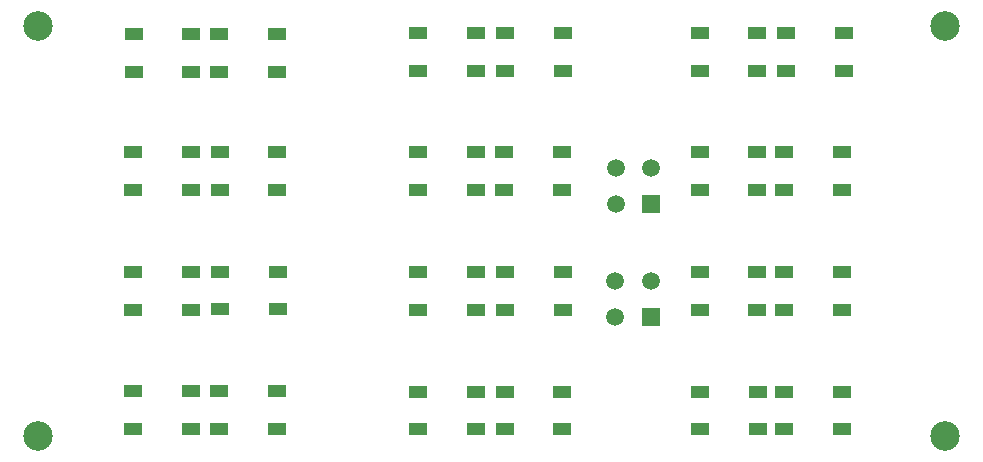
<source format=gbr>
G04 #@! TF.GenerationSoftware,KiCad,Pcbnew,(5.1.6)-1*
G04 #@! TF.CreationDate,2020-11-24T12:42:45+11:00*
G04 #@! TF.ProjectId,Caution_Light_Panel,43617574-696f-46e5-9f4c-696768745f50,rev?*
G04 #@! TF.SameCoordinates,Original*
G04 #@! TF.FileFunction,Soldermask,Top*
G04 #@! TF.FilePolarity,Negative*
%FSLAX46Y46*%
G04 Gerber Fmt 4.6, Leading zero omitted, Abs format (unit mm)*
G04 Created by KiCad (PCBNEW (5.1.6)-1) date 2020-11-24 12:42:45*
%MOMM*%
%LPD*%
G01*
G04 APERTURE LIST*
%ADD10R,1.500000X1.000000*%
%ADD11C,1.520000*%
%ADD12R,1.520000X1.520000*%
%ADD13C,2.500000*%
G04 APERTURE END LIST*
D10*
X172505000Y-73228400D03*
X172505000Y-76428400D03*
X177405000Y-73228400D03*
X177405000Y-76428400D03*
D11*
X158061001Y-94234001D03*
X158061001Y-97234000D03*
X161061000Y-94234001D03*
D12*
X161061000Y-97234000D03*
D11*
X158112001Y-84658201D03*
X158112001Y-87658200D03*
X161112000Y-84658201D03*
D12*
X161112000Y-87658200D03*
D10*
X172316000Y-103556000D03*
X172316000Y-106756000D03*
X177216000Y-103556000D03*
X177216000Y-106756000D03*
X165215000Y-103556000D03*
X165215000Y-106756000D03*
X170115000Y-103556000D03*
X170115000Y-106756000D03*
X148680000Y-103556000D03*
X148680000Y-106756000D03*
X153580000Y-103556000D03*
X153580000Y-106756000D03*
X141339000Y-103556000D03*
X141339000Y-106756000D03*
X146239000Y-103556000D03*
X146239000Y-106756000D03*
X124536000Y-103530000D03*
X124536000Y-106730000D03*
X129436000Y-103530000D03*
X129436000Y-106730000D03*
X117198000Y-103530000D03*
X117198000Y-106730000D03*
X122098000Y-103530000D03*
X122098000Y-106730000D03*
X172339000Y-93421200D03*
X172339000Y-96621200D03*
X177239000Y-93421200D03*
X177239000Y-96621200D03*
X165190000Y-93421400D03*
X165190000Y-96621400D03*
X170090000Y-93421400D03*
X170090000Y-96621400D03*
X148731000Y-93446800D03*
X148731000Y-96646800D03*
X153631000Y-93446800D03*
X153631000Y-96646800D03*
X141326000Y-93446600D03*
X141326000Y-96646600D03*
X146226000Y-93446600D03*
X146226000Y-96646600D03*
X124589000Y-93395800D03*
X124589000Y-96595800D03*
X129489000Y-93395800D03*
X129489000Y-96595800D03*
X117198000Y-93421200D03*
X117198000Y-96621200D03*
X122098000Y-93421200D03*
X122098000Y-96621200D03*
X172327000Y-83312200D03*
X172327000Y-86512200D03*
X177227000Y-83312200D03*
X177227000Y-86512200D03*
X165190000Y-83312200D03*
X165190000Y-86512200D03*
X170090000Y-83312200D03*
X170090000Y-86512200D03*
X148643000Y-83312000D03*
X148643000Y-86512000D03*
X153543000Y-83312000D03*
X153543000Y-86512000D03*
X141328000Y-83312000D03*
X141328000Y-86512000D03*
X146228000Y-83312000D03*
X146228000Y-86512000D03*
X124550000Y-83312200D03*
X124550000Y-86512200D03*
X129450000Y-83312200D03*
X129450000Y-86512200D03*
X117198000Y-83312000D03*
X117198000Y-86512000D03*
X122098000Y-83312000D03*
X122098000Y-86512000D03*
X165190000Y-73228400D03*
X165190000Y-76428400D03*
X170090000Y-73228400D03*
X170090000Y-76428400D03*
X148731000Y-73228400D03*
X148731000Y-76428400D03*
X153631000Y-73228400D03*
X153631000Y-76428400D03*
X141339000Y-73228400D03*
X141339000Y-76428400D03*
X146239000Y-73228400D03*
X146239000Y-76428400D03*
X124513000Y-73304400D03*
X124513000Y-76504400D03*
X129413000Y-73304400D03*
X129413000Y-76504400D03*
X117272000Y-73304400D03*
X117272000Y-76504400D03*
X122172000Y-73304400D03*
X122172000Y-76504400D03*
D13*
X109195000Y-72600400D03*
X185995000Y-72600400D03*
X109195000Y-107340000D03*
X185995000Y-107340000D03*
M02*

</source>
